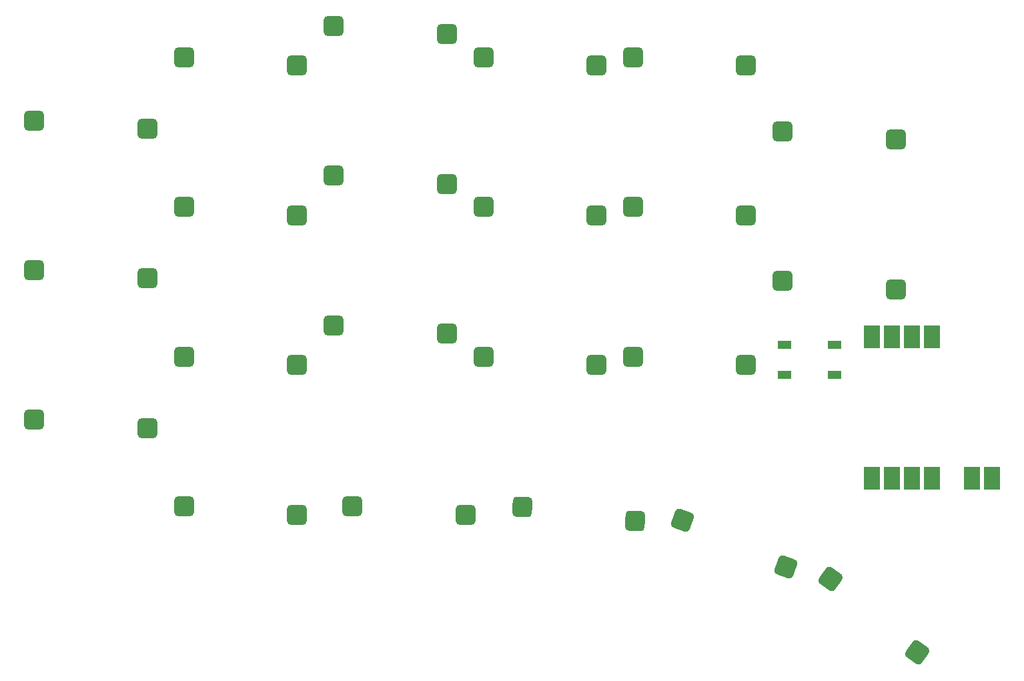
<source format=gbr>
%TF.GenerationSoftware,KiCad,Pcbnew,7.0.2-0*%
%TF.CreationDate,2024-02-18T21:26:20+01:00*%
%TF.ProjectId,defiant,64656669-616e-4742-9e6b-696361645f70,rev?*%
%TF.SameCoordinates,Original*%
%TF.FileFunction,Paste,Bot*%
%TF.FilePolarity,Positive*%
%FSLAX46Y46*%
G04 Gerber Fmt 4.6, Leading zero omitted, Abs format (unit mm)*
G04 Created by KiCad (PCBNEW 7.0.2-0) date 2024-02-18 21:26:20*
%MOMM*%
%LPD*%
G01*
G04 APERTURE LIST*
G04 Aperture macros list*
%AMRoundRect*
0 Rectangle with rounded corners*
0 $1 Rounding radius*
0 $2 $3 $4 $5 $6 $7 $8 $9 X,Y pos of 4 corners*
0 Add a 4 corners polygon primitive as box body*
4,1,4,$2,$3,$4,$5,$6,$7,$8,$9,$2,$3,0*
0 Add four circle primitives for the rounded corners*
1,1,$1+$1,$2,$3*
1,1,$1+$1,$4,$5*
1,1,$1+$1,$6,$7*
1,1,$1+$1,$8,$9*
0 Add four rect primitives between the rounded corners*
20,1,$1+$1,$2,$3,$4,$5,0*
20,1,$1+$1,$4,$5,$6,$7,0*
20,1,$1+$1,$6,$7,$8,$9,0*
20,1,$1+$1,$8,$9,$2,$3,0*%
G04 Aperture macros list end*
%ADD10RoundRect,0.500000X-1.062296X-0.186149X0.151229X-1.067827X1.062296X0.186149X-0.151229X1.067827X0*%
%ADD11RoundRect,0.500000X-0.750000X-0.775000X0.750000X-0.775000X0.750000X0.775000X-0.750000X0.775000X0*%
%ADD12RoundRect,0.500000X-0.789533X-0.734686X0.708412X-0.813190X0.789533X0.734686X-0.708412X0.813190X0*%
%ADD13R,2.000000X3.000000*%
%ADD14RoundRect,0.500000X-0.969835X-0.471747X0.439704X-0.984777X0.969835X0.471747X-0.439704X0.984777X0*%
%ADD15RoundRect,0.500000X0.750000X0.775000X-0.750000X0.775000X-0.750000X-0.775000X0.750000X-0.775000X0*%
%ADD16R,1.700000X1.000000*%
G04 APERTURE END LIST*
D10*
%TO.C,T4*%
X183037765Y-133010083D03*
X194029984Y-142294269D03*
%TD*%
D11*
%TO.C,T0*%
X100943816Y-123760449D03*
X115293816Y-124810449D03*
%TD*%
D12*
%TO.C,T2*%
X143934339Y-123844270D03*
X158209720Y-125643852D03*
%TD*%
D13*
%TO.C,U1*%
X203482449Y-120208323D03*
X200942449Y-120208323D03*
X195862449Y-102208323D03*
X193322449Y-102208323D03*
X190782449Y-102208323D03*
X188242449Y-102208323D03*
X188242449Y-120208323D03*
X190782449Y-120208323D03*
X193322449Y-120208323D03*
X195862449Y-120208323D03*
%TD*%
D11*
%TO.C,C5R2*%
X176943821Y-76143323D03*
X191293821Y-77193323D03*
%TD*%
%TO.C,T1*%
X122318816Y-123760448D03*
X136668816Y-124810448D03*
%TD*%
D14*
%TO.C,T3*%
X164203071Y-125535050D03*
X177328539Y-131429716D03*
%TD*%
D11*
%TO.C,C5R3*%
X176943821Y-95143323D03*
X191293821Y-96193323D03*
%TD*%
D15*
%TO.C,C3R1*%
X153293815Y-67810448D03*
X138943815Y-66760448D03*
%TD*%
%TO.C,C3R3*%
X153293816Y-105810447D03*
X138943816Y-104760447D03*
%TD*%
%TO.C,C2R3*%
X134293815Y-101810447D03*
X119943815Y-100760447D03*
%TD*%
%TO.C,C3R2*%
X153293815Y-86810448D03*
X138943815Y-85760448D03*
%TD*%
%TO.C,C0R2*%
X96293816Y-94810447D03*
X81943816Y-93760447D03*
%TD*%
%TO.C,C0R1*%
X96293816Y-75810448D03*
X81943816Y-74760448D03*
%TD*%
%TO.C,C0R3*%
X96293815Y-113810447D03*
X81943815Y-112760447D03*
%TD*%
%TO.C,C4R2*%
X172293816Y-86810447D03*
X157943816Y-85760447D03*
%TD*%
%TO.C,C1R3*%
X115293815Y-105810447D03*
X100943815Y-104760447D03*
%TD*%
D16*
%TO.C,SW2*%
X183490000Y-103220000D03*
X177190000Y-103220000D03*
X183490000Y-107020000D03*
X177190000Y-107020000D03*
%TD*%
D15*
%TO.C,C2R2*%
X134293815Y-82810447D03*
X119943815Y-81760447D03*
%TD*%
%TO.C,C2R1*%
X134293815Y-63810447D03*
X119943815Y-62760447D03*
%TD*%
%TO.C,C1R2*%
X115293815Y-86810448D03*
X100943815Y-85760448D03*
%TD*%
%TO.C,C4R3*%
X172293815Y-105810447D03*
X157943815Y-104760447D03*
%TD*%
%TO.C,C1R1*%
X115293817Y-67810447D03*
X100943817Y-66760447D03*
%TD*%
%TO.C,C4R1*%
X172293815Y-67810447D03*
X157943815Y-66760447D03*
%TD*%
M02*

</source>
